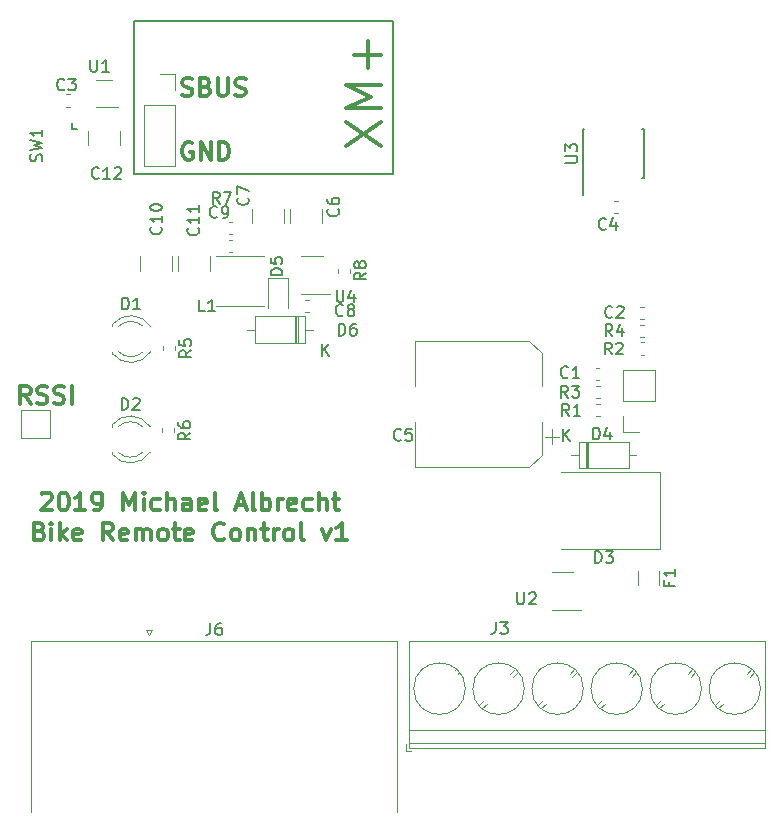
<source format=gbr>
G04 #@! TF.GenerationSoftware,KiCad,Pcbnew,5.0.2-bee76a0~70~ubuntu18.04.1*
G04 #@! TF.CreationDate,2019-08-08T23:41:47+02:00*
G04 #@! TF.ProjectId,adapterBoard,61646170-7465-4724-926f-6172642e6b69,rev?*
G04 #@! TF.SameCoordinates,Original*
G04 #@! TF.FileFunction,Legend,Top*
G04 #@! TF.FilePolarity,Positive*
%FSLAX46Y46*%
G04 Gerber Fmt 4.6, Leading zero omitted, Abs format (unit mm)*
G04 Created by KiCad (PCBNEW 5.0.2-bee76a0~70~ubuntu18.04.1) date Do 08 Aug 2019 23:41:47 CEST*
%MOMM*%
%LPD*%
G01*
G04 APERTURE LIST*
%ADD10C,0.300000*%
%ADD11C,0.150000*%
%ADD12C,0.120000*%
G04 APERTURE END LIST*
D10*
X133578571Y-80178571D02*
X133078571Y-79464285D01*
X132721428Y-80178571D02*
X132721428Y-78678571D01*
X133292857Y-78678571D01*
X133435714Y-78750000D01*
X133507142Y-78821428D01*
X133578571Y-78964285D01*
X133578571Y-79178571D01*
X133507142Y-79321428D01*
X133435714Y-79392857D01*
X133292857Y-79464285D01*
X132721428Y-79464285D01*
X134150000Y-80107142D02*
X134364285Y-80178571D01*
X134721428Y-80178571D01*
X134864285Y-80107142D01*
X134935714Y-80035714D01*
X135007142Y-79892857D01*
X135007142Y-79750000D01*
X134935714Y-79607142D01*
X134864285Y-79535714D01*
X134721428Y-79464285D01*
X134435714Y-79392857D01*
X134292857Y-79321428D01*
X134221428Y-79250000D01*
X134150000Y-79107142D01*
X134150000Y-78964285D01*
X134221428Y-78821428D01*
X134292857Y-78750000D01*
X134435714Y-78678571D01*
X134792857Y-78678571D01*
X135007142Y-78750000D01*
X135578571Y-80107142D02*
X135792857Y-80178571D01*
X136150000Y-80178571D01*
X136292857Y-80107142D01*
X136364285Y-80035714D01*
X136435714Y-79892857D01*
X136435714Y-79750000D01*
X136364285Y-79607142D01*
X136292857Y-79535714D01*
X136150000Y-79464285D01*
X135864285Y-79392857D01*
X135721428Y-79321428D01*
X135650000Y-79250000D01*
X135578571Y-79107142D01*
X135578571Y-78964285D01*
X135650000Y-78821428D01*
X135721428Y-78750000D01*
X135864285Y-78678571D01*
X136221428Y-78678571D01*
X136435714Y-78750000D01*
X137078571Y-80178571D02*
X137078571Y-78678571D01*
X134514285Y-87846428D02*
X134585714Y-87775000D01*
X134728571Y-87703571D01*
X135085714Y-87703571D01*
X135228571Y-87775000D01*
X135300000Y-87846428D01*
X135371428Y-87989285D01*
X135371428Y-88132142D01*
X135300000Y-88346428D01*
X134442857Y-89203571D01*
X135371428Y-89203571D01*
X136300000Y-87703571D02*
X136442857Y-87703571D01*
X136585714Y-87775000D01*
X136657142Y-87846428D01*
X136728571Y-87989285D01*
X136800000Y-88275000D01*
X136800000Y-88632142D01*
X136728571Y-88917857D01*
X136657142Y-89060714D01*
X136585714Y-89132142D01*
X136442857Y-89203571D01*
X136300000Y-89203571D01*
X136157142Y-89132142D01*
X136085714Y-89060714D01*
X136014285Y-88917857D01*
X135942857Y-88632142D01*
X135942857Y-88275000D01*
X136014285Y-87989285D01*
X136085714Y-87846428D01*
X136157142Y-87775000D01*
X136300000Y-87703571D01*
X138228571Y-89203571D02*
X137371428Y-89203571D01*
X137800000Y-89203571D02*
X137800000Y-87703571D01*
X137657142Y-87917857D01*
X137514285Y-88060714D01*
X137371428Y-88132142D01*
X138942857Y-89203571D02*
X139228571Y-89203571D01*
X139371428Y-89132142D01*
X139442857Y-89060714D01*
X139585714Y-88846428D01*
X139657142Y-88560714D01*
X139657142Y-87989285D01*
X139585714Y-87846428D01*
X139514285Y-87775000D01*
X139371428Y-87703571D01*
X139085714Y-87703571D01*
X138942857Y-87775000D01*
X138871428Y-87846428D01*
X138800000Y-87989285D01*
X138800000Y-88346428D01*
X138871428Y-88489285D01*
X138942857Y-88560714D01*
X139085714Y-88632142D01*
X139371428Y-88632142D01*
X139514285Y-88560714D01*
X139585714Y-88489285D01*
X139657142Y-88346428D01*
X141442857Y-89203571D02*
X141442857Y-87703571D01*
X141942857Y-88775000D01*
X142442857Y-87703571D01*
X142442857Y-89203571D01*
X143157142Y-89203571D02*
X143157142Y-88203571D01*
X143157142Y-87703571D02*
X143085714Y-87775000D01*
X143157142Y-87846428D01*
X143228571Y-87775000D01*
X143157142Y-87703571D01*
X143157142Y-87846428D01*
X144514285Y-89132142D02*
X144371428Y-89203571D01*
X144085714Y-89203571D01*
X143942857Y-89132142D01*
X143871428Y-89060714D01*
X143800000Y-88917857D01*
X143800000Y-88489285D01*
X143871428Y-88346428D01*
X143942857Y-88275000D01*
X144085714Y-88203571D01*
X144371428Y-88203571D01*
X144514285Y-88275000D01*
X145157142Y-89203571D02*
X145157142Y-87703571D01*
X145800000Y-89203571D02*
X145800000Y-88417857D01*
X145728571Y-88275000D01*
X145585714Y-88203571D01*
X145371428Y-88203571D01*
X145228571Y-88275000D01*
X145157142Y-88346428D01*
X147157142Y-89203571D02*
X147157142Y-88417857D01*
X147085714Y-88275000D01*
X146942857Y-88203571D01*
X146657142Y-88203571D01*
X146514285Y-88275000D01*
X147157142Y-89132142D02*
X147014285Y-89203571D01*
X146657142Y-89203571D01*
X146514285Y-89132142D01*
X146442857Y-88989285D01*
X146442857Y-88846428D01*
X146514285Y-88703571D01*
X146657142Y-88632142D01*
X147014285Y-88632142D01*
X147157142Y-88560714D01*
X148442857Y-89132142D02*
X148300000Y-89203571D01*
X148014285Y-89203571D01*
X147871428Y-89132142D01*
X147800000Y-88989285D01*
X147800000Y-88417857D01*
X147871428Y-88275000D01*
X148014285Y-88203571D01*
X148300000Y-88203571D01*
X148442857Y-88275000D01*
X148514285Y-88417857D01*
X148514285Y-88560714D01*
X147800000Y-88703571D01*
X149371428Y-89203571D02*
X149228571Y-89132142D01*
X149157142Y-88989285D01*
X149157142Y-87703571D01*
X151014285Y-88775000D02*
X151728571Y-88775000D01*
X150871428Y-89203571D02*
X151371428Y-87703571D01*
X151871428Y-89203571D01*
X152585714Y-89203571D02*
X152442857Y-89132142D01*
X152371428Y-88989285D01*
X152371428Y-87703571D01*
X153157142Y-89203571D02*
X153157142Y-87703571D01*
X153157142Y-88275000D02*
X153300000Y-88203571D01*
X153585714Y-88203571D01*
X153728571Y-88275000D01*
X153800000Y-88346428D01*
X153871428Y-88489285D01*
X153871428Y-88917857D01*
X153800000Y-89060714D01*
X153728571Y-89132142D01*
X153585714Y-89203571D01*
X153300000Y-89203571D01*
X153157142Y-89132142D01*
X154514285Y-89203571D02*
X154514285Y-88203571D01*
X154514285Y-88489285D02*
X154585714Y-88346428D01*
X154657142Y-88275000D01*
X154800000Y-88203571D01*
X154942857Y-88203571D01*
X156014285Y-89132142D02*
X155871428Y-89203571D01*
X155585714Y-89203571D01*
X155442857Y-89132142D01*
X155371428Y-88989285D01*
X155371428Y-88417857D01*
X155442857Y-88275000D01*
X155585714Y-88203571D01*
X155871428Y-88203571D01*
X156014285Y-88275000D01*
X156085714Y-88417857D01*
X156085714Y-88560714D01*
X155371428Y-88703571D01*
X157371428Y-89132142D02*
X157228571Y-89203571D01*
X156942857Y-89203571D01*
X156800000Y-89132142D01*
X156728571Y-89060714D01*
X156657142Y-88917857D01*
X156657142Y-88489285D01*
X156728571Y-88346428D01*
X156800000Y-88275000D01*
X156942857Y-88203571D01*
X157228571Y-88203571D01*
X157371428Y-88275000D01*
X158014285Y-89203571D02*
X158014285Y-87703571D01*
X158657142Y-89203571D02*
X158657142Y-88417857D01*
X158585714Y-88275000D01*
X158442857Y-88203571D01*
X158228571Y-88203571D01*
X158085714Y-88275000D01*
X158014285Y-88346428D01*
X159157142Y-88203571D02*
X159728571Y-88203571D01*
X159371428Y-87703571D02*
X159371428Y-88989285D01*
X159442857Y-89132142D01*
X159585714Y-89203571D01*
X159728571Y-89203571D01*
X134335714Y-90967857D02*
X134550000Y-91039285D01*
X134621428Y-91110714D01*
X134692857Y-91253571D01*
X134692857Y-91467857D01*
X134621428Y-91610714D01*
X134550000Y-91682142D01*
X134407142Y-91753571D01*
X133835714Y-91753571D01*
X133835714Y-90253571D01*
X134335714Y-90253571D01*
X134478571Y-90325000D01*
X134550000Y-90396428D01*
X134621428Y-90539285D01*
X134621428Y-90682142D01*
X134550000Y-90825000D01*
X134478571Y-90896428D01*
X134335714Y-90967857D01*
X133835714Y-90967857D01*
X135335714Y-91753571D02*
X135335714Y-90753571D01*
X135335714Y-90253571D02*
X135264285Y-90325000D01*
X135335714Y-90396428D01*
X135407142Y-90325000D01*
X135335714Y-90253571D01*
X135335714Y-90396428D01*
X136050000Y-91753571D02*
X136050000Y-90253571D01*
X136192857Y-91182142D02*
X136621428Y-91753571D01*
X136621428Y-90753571D02*
X136050000Y-91325000D01*
X137835714Y-91682142D02*
X137692857Y-91753571D01*
X137407142Y-91753571D01*
X137264285Y-91682142D01*
X137192857Y-91539285D01*
X137192857Y-90967857D01*
X137264285Y-90825000D01*
X137407142Y-90753571D01*
X137692857Y-90753571D01*
X137835714Y-90825000D01*
X137907142Y-90967857D01*
X137907142Y-91110714D01*
X137192857Y-91253571D01*
X140550000Y-91753571D02*
X140050000Y-91039285D01*
X139692857Y-91753571D02*
X139692857Y-90253571D01*
X140264285Y-90253571D01*
X140407142Y-90325000D01*
X140478571Y-90396428D01*
X140550000Y-90539285D01*
X140550000Y-90753571D01*
X140478571Y-90896428D01*
X140407142Y-90967857D01*
X140264285Y-91039285D01*
X139692857Y-91039285D01*
X141764285Y-91682142D02*
X141621428Y-91753571D01*
X141335714Y-91753571D01*
X141192857Y-91682142D01*
X141121428Y-91539285D01*
X141121428Y-90967857D01*
X141192857Y-90825000D01*
X141335714Y-90753571D01*
X141621428Y-90753571D01*
X141764285Y-90825000D01*
X141835714Y-90967857D01*
X141835714Y-91110714D01*
X141121428Y-91253571D01*
X142478571Y-91753571D02*
X142478571Y-90753571D01*
X142478571Y-90896428D02*
X142550000Y-90825000D01*
X142692857Y-90753571D01*
X142907142Y-90753571D01*
X143050000Y-90825000D01*
X143121428Y-90967857D01*
X143121428Y-91753571D01*
X143121428Y-90967857D02*
X143192857Y-90825000D01*
X143335714Y-90753571D01*
X143550000Y-90753571D01*
X143692857Y-90825000D01*
X143764285Y-90967857D01*
X143764285Y-91753571D01*
X144692857Y-91753571D02*
X144550000Y-91682142D01*
X144478571Y-91610714D01*
X144407142Y-91467857D01*
X144407142Y-91039285D01*
X144478571Y-90896428D01*
X144550000Y-90825000D01*
X144692857Y-90753571D01*
X144907142Y-90753571D01*
X145050000Y-90825000D01*
X145121428Y-90896428D01*
X145192857Y-91039285D01*
X145192857Y-91467857D01*
X145121428Y-91610714D01*
X145050000Y-91682142D01*
X144907142Y-91753571D01*
X144692857Y-91753571D01*
X145621428Y-90753571D02*
X146192857Y-90753571D01*
X145835714Y-90253571D02*
X145835714Y-91539285D01*
X145907142Y-91682142D01*
X146050000Y-91753571D01*
X146192857Y-91753571D01*
X147264285Y-91682142D02*
X147121428Y-91753571D01*
X146835714Y-91753571D01*
X146692857Y-91682142D01*
X146621428Y-91539285D01*
X146621428Y-90967857D01*
X146692857Y-90825000D01*
X146835714Y-90753571D01*
X147121428Y-90753571D01*
X147264285Y-90825000D01*
X147335714Y-90967857D01*
X147335714Y-91110714D01*
X146621428Y-91253571D01*
X149978571Y-91610714D02*
X149907142Y-91682142D01*
X149692857Y-91753571D01*
X149550000Y-91753571D01*
X149335714Y-91682142D01*
X149192857Y-91539285D01*
X149121428Y-91396428D01*
X149050000Y-91110714D01*
X149050000Y-90896428D01*
X149121428Y-90610714D01*
X149192857Y-90467857D01*
X149335714Y-90325000D01*
X149550000Y-90253571D01*
X149692857Y-90253571D01*
X149907142Y-90325000D01*
X149978571Y-90396428D01*
X150835714Y-91753571D02*
X150692857Y-91682142D01*
X150621428Y-91610714D01*
X150550000Y-91467857D01*
X150550000Y-91039285D01*
X150621428Y-90896428D01*
X150692857Y-90825000D01*
X150835714Y-90753571D01*
X151050000Y-90753571D01*
X151192857Y-90825000D01*
X151264285Y-90896428D01*
X151335714Y-91039285D01*
X151335714Y-91467857D01*
X151264285Y-91610714D01*
X151192857Y-91682142D01*
X151050000Y-91753571D01*
X150835714Y-91753571D01*
X151978571Y-90753571D02*
X151978571Y-91753571D01*
X151978571Y-90896428D02*
X152050000Y-90825000D01*
X152192857Y-90753571D01*
X152407142Y-90753571D01*
X152550000Y-90825000D01*
X152621428Y-90967857D01*
X152621428Y-91753571D01*
X153121428Y-90753571D02*
X153692857Y-90753571D01*
X153335714Y-90253571D02*
X153335714Y-91539285D01*
X153407142Y-91682142D01*
X153550000Y-91753571D01*
X153692857Y-91753571D01*
X154192857Y-91753571D02*
X154192857Y-90753571D01*
X154192857Y-91039285D02*
X154264285Y-90896428D01*
X154335714Y-90825000D01*
X154478571Y-90753571D01*
X154621428Y-90753571D01*
X155335714Y-91753571D02*
X155192857Y-91682142D01*
X155121428Y-91610714D01*
X155050000Y-91467857D01*
X155050000Y-91039285D01*
X155121428Y-90896428D01*
X155192857Y-90825000D01*
X155335714Y-90753571D01*
X155550000Y-90753571D01*
X155692857Y-90825000D01*
X155764285Y-90896428D01*
X155835714Y-91039285D01*
X155835714Y-91467857D01*
X155764285Y-91610714D01*
X155692857Y-91682142D01*
X155550000Y-91753571D01*
X155335714Y-91753571D01*
X156692857Y-91753571D02*
X156550000Y-91682142D01*
X156478571Y-91539285D01*
X156478571Y-90253571D01*
X158264285Y-90753571D02*
X158621428Y-91753571D01*
X158978571Y-90753571D01*
X160335714Y-91753571D02*
X159478571Y-91753571D01*
X159907142Y-91753571D02*
X159907142Y-90253571D01*
X159764285Y-90467857D01*
X159621428Y-90610714D01*
X159478571Y-90682142D01*
X160257142Y-58321428D02*
X163257142Y-56321428D01*
X160257142Y-56321428D02*
X163257142Y-58321428D01*
X163257142Y-55178571D02*
X160257142Y-55178571D01*
X162400000Y-54178571D01*
X160257142Y-53178571D01*
X163257142Y-53178571D01*
X162114285Y-51750000D02*
X162114285Y-49464285D01*
X163257142Y-50607142D02*
X160971428Y-50607142D01*
D11*
X164300000Y-60750000D02*
X142300000Y-60750000D01*
X164300000Y-47750000D02*
X164300000Y-60750000D01*
X142300000Y-47750000D02*
X164300000Y-47750000D01*
X142300000Y-47750000D02*
X142300000Y-60750000D01*
D10*
X146421428Y-54057142D02*
X146635714Y-54128571D01*
X146992857Y-54128571D01*
X147135714Y-54057142D01*
X147207142Y-53985714D01*
X147278571Y-53842857D01*
X147278571Y-53700000D01*
X147207142Y-53557142D01*
X147135714Y-53485714D01*
X146992857Y-53414285D01*
X146707142Y-53342857D01*
X146564285Y-53271428D01*
X146492857Y-53200000D01*
X146421428Y-53057142D01*
X146421428Y-52914285D01*
X146492857Y-52771428D01*
X146564285Y-52700000D01*
X146707142Y-52628571D01*
X147064285Y-52628571D01*
X147278571Y-52700000D01*
X148421428Y-53342857D02*
X148635714Y-53414285D01*
X148707142Y-53485714D01*
X148778571Y-53628571D01*
X148778571Y-53842857D01*
X148707142Y-53985714D01*
X148635714Y-54057142D01*
X148492857Y-54128571D01*
X147921428Y-54128571D01*
X147921428Y-52628571D01*
X148421428Y-52628571D01*
X148564285Y-52700000D01*
X148635714Y-52771428D01*
X148707142Y-52914285D01*
X148707142Y-53057142D01*
X148635714Y-53200000D01*
X148564285Y-53271428D01*
X148421428Y-53342857D01*
X147921428Y-53342857D01*
X149421428Y-52628571D02*
X149421428Y-53842857D01*
X149492857Y-53985714D01*
X149564285Y-54057142D01*
X149707142Y-54128571D01*
X149992857Y-54128571D01*
X150135714Y-54057142D01*
X150207142Y-53985714D01*
X150278571Y-53842857D01*
X150278571Y-52628571D01*
X150921428Y-54057142D02*
X151135714Y-54128571D01*
X151492857Y-54128571D01*
X151635714Y-54057142D01*
X151707142Y-53985714D01*
X151778571Y-53842857D01*
X151778571Y-53700000D01*
X151707142Y-53557142D01*
X151635714Y-53485714D01*
X151492857Y-53414285D01*
X151207142Y-53342857D01*
X151064285Y-53271428D01*
X150992857Y-53200000D01*
X150921428Y-53057142D01*
X150921428Y-52914285D01*
X150992857Y-52771428D01*
X151064285Y-52700000D01*
X151207142Y-52628571D01*
X151564285Y-52628571D01*
X151778571Y-52700000D01*
X147257142Y-58100000D02*
X147114285Y-58028571D01*
X146900000Y-58028571D01*
X146685714Y-58100000D01*
X146542857Y-58242857D01*
X146471428Y-58385714D01*
X146400000Y-58671428D01*
X146400000Y-58885714D01*
X146471428Y-59171428D01*
X146542857Y-59314285D01*
X146685714Y-59457142D01*
X146900000Y-59528571D01*
X147042857Y-59528571D01*
X147257142Y-59457142D01*
X147328571Y-59385714D01*
X147328571Y-58885714D01*
X147042857Y-58885714D01*
X147971428Y-59528571D02*
X147971428Y-58028571D01*
X148828571Y-59528571D01*
X148828571Y-58028571D01*
X149542857Y-59528571D02*
X149542857Y-58028571D01*
X149900000Y-58028571D01*
X150114285Y-58100000D01*
X150257142Y-58242857D01*
X150328571Y-58385714D01*
X150400000Y-58671428D01*
X150400000Y-58885714D01*
X150328571Y-59171428D01*
X150257142Y-59314285D01*
X150114285Y-59457142D01*
X149900000Y-59528571D01*
X149542857Y-59528571D01*
D12*
G04 #@! TO.C,D5*
X155350000Y-69500000D02*
X153650000Y-69500000D01*
X153650000Y-69500000D02*
X153650000Y-72050000D01*
X155350000Y-69500000D02*
X155350000Y-72050000D01*
G04 #@! TO.C,C5*
X166140000Y-74840000D02*
X166140000Y-78690000D01*
X166140000Y-85560000D02*
X166140000Y-81710000D01*
X175795563Y-85560000D02*
X166140000Y-85560000D01*
X175795563Y-74840000D02*
X166140000Y-74840000D01*
X176860000Y-75904437D02*
X176860000Y-78690000D01*
X176860000Y-84495563D02*
X176860000Y-81710000D01*
X176860000Y-84495563D02*
X175795563Y-85560000D01*
X176860000Y-75904437D02*
X175795563Y-74840000D01*
X178350000Y-82960000D02*
X177100000Y-82960000D01*
X177725000Y-83585000D02*
X177725000Y-82335000D01*
G04 #@! TO.C,C2*
X185500279Y-71990000D02*
X185174721Y-71990000D01*
X185500279Y-73010000D02*
X185174721Y-73010000D01*
G04 #@! TO.C,C3*
X136875279Y-55010000D02*
X136549721Y-55010000D01*
X136875279Y-53990000D02*
X136549721Y-53990000D01*
G04 #@! TO.C,C4*
X183275279Y-62990000D02*
X182949721Y-62990000D01*
X183275279Y-64010000D02*
X182949721Y-64010000D01*
G04 #@! TO.C,C1*
X181736203Y-78195249D02*
X181410645Y-78195249D01*
X181736203Y-77175249D02*
X181410645Y-77175249D01*
G04 #@! TO.C,C8*
X157150279Y-71390000D02*
X156824721Y-71390000D01*
X157150279Y-72410000D02*
X156824721Y-72410000D01*
G04 #@! TO.C,C9*
X150337221Y-66290000D02*
X150662779Y-66290000D01*
X150337221Y-67310000D02*
X150662779Y-67310000D01*
G04 #@! TO.C,C11*
X146040000Y-68902064D02*
X146040000Y-67697936D01*
X148760000Y-68902064D02*
X148760000Y-67697936D01*
G04 #@! TO.C,C7*
X155060000Y-64902064D02*
X155060000Y-63697936D01*
X152340000Y-64902064D02*
X152340000Y-63697936D01*
G04 #@! TO.C,C10*
X142840000Y-68902064D02*
X142840000Y-67697936D01*
X145560000Y-68902064D02*
X145560000Y-67697936D01*
G04 #@! TO.C,C12*
X138440000Y-57097936D02*
X138440000Y-58302064D01*
X141160000Y-57097936D02*
X141160000Y-58302064D01*
G04 #@! TO.C,C6*
X155540000Y-64902064D02*
X155540000Y-63697936D01*
X158260000Y-64902064D02*
X158260000Y-63697936D01*
G04 #@! TO.C,J6*
X133655000Y-114780000D02*
X133655000Y-100240000D01*
X133655000Y-100240000D02*
X164625000Y-100240000D01*
X164625000Y-100240000D02*
X164625000Y-114780000D01*
X143350000Y-99345662D02*
X143850000Y-99345662D01*
X143850000Y-99345662D02*
X143600000Y-99778675D01*
X143600000Y-99778675D02*
X143350000Y-99345662D01*
G04 #@! TO.C,J7*
X186430000Y-79930000D02*
X183770000Y-79930000D01*
X186430000Y-79930000D02*
X186430000Y-77330000D01*
X186430000Y-77330000D02*
X183770000Y-77330000D01*
X183770000Y-79930000D02*
X183770000Y-77330000D01*
X183770000Y-82530000D02*
X183770000Y-81200000D01*
X185100000Y-82530000D02*
X183770000Y-82530000D01*
G04 #@! TO.C,J5*
X143170000Y-54890000D02*
X145830000Y-54890000D01*
X143170000Y-54890000D02*
X143170000Y-60030000D01*
X143170000Y-60030000D02*
X145830000Y-60030000D01*
X145830000Y-54890000D02*
X145830000Y-60030000D01*
X145830000Y-52290000D02*
X145830000Y-53620000D01*
X144500000Y-52290000D02*
X145830000Y-52290000D01*
G04 #@! TO.C,D3*
X186900000Y-85950000D02*
X186900000Y-92450000D01*
X186900000Y-85950000D02*
X178500000Y-85950000D01*
X186900000Y-92450000D02*
X178500000Y-92450000D01*
G04 #@! TO.C,D6*
X156210000Y-75020000D02*
X156210000Y-72780000D01*
X155970000Y-75020000D02*
X155970000Y-72780000D01*
X156090000Y-75020000D02*
X156090000Y-72780000D01*
X151920000Y-73900000D02*
X152570000Y-73900000D01*
X157460000Y-73900000D02*
X156810000Y-73900000D01*
X152570000Y-75020000D02*
X156810000Y-75020000D01*
X152570000Y-72780000D02*
X152570000Y-75020000D01*
X156810000Y-72780000D02*
X152570000Y-72780000D01*
X156810000Y-75020000D02*
X156810000Y-72780000D01*
G04 #@! TO.C,D4*
X179970000Y-83380000D02*
X179970000Y-85620000D01*
X179970000Y-85620000D02*
X184210000Y-85620000D01*
X184210000Y-85620000D02*
X184210000Y-83380000D01*
X184210000Y-83380000D02*
X179970000Y-83380000D01*
X179320000Y-84500000D02*
X179970000Y-84500000D01*
X184860000Y-84500000D02*
X184210000Y-84500000D01*
X180690000Y-83380000D02*
X180690000Y-85620000D01*
X180810000Y-83380000D02*
X180810000Y-85620000D01*
X180570000Y-83380000D02*
X180570000Y-85620000D01*
G04 #@! TO.C,F1*
X186810000Y-94297936D02*
X186810000Y-95502064D01*
X184990000Y-94297936D02*
X184990000Y-95502064D01*
G04 #@! TO.C,L1*
X153300000Y-71900000D02*
X149300000Y-71900000D01*
X153300000Y-67700000D02*
X149300000Y-67700000D01*
G04 #@! TO.C,D2*
X140470000Y-84280000D02*
X140470000Y-84436000D01*
X140470000Y-81964000D02*
X140470000Y-82120000D01*
X143071130Y-84279837D02*
G75*
G02X140989039Y-84280000I-1041130J1079837D01*
G01*
X143071130Y-82120163D02*
G75*
G03X140989039Y-82120000I-1041130J-1079837D01*
G01*
X143702335Y-84278608D02*
G75*
G02X140470000Y-84435516I-1672335J1078608D01*
G01*
X143702335Y-82121392D02*
G75*
G03X140470000Y-81964484I-1672335J-1078608D01*
G01*
G04 #@! TO.C,D1*
X143742335Y-73621392D02*
G75*
G03X140510000Y-73464484I-1672335J-1078608D01*
G01*
X143742335Y-75778608D02*
G75*
G02X140510000Y-75935516I-1672335J1078608D01*
G01*
X143111130Y-73620163D02*
G75*
G03X141029039Y-73620000I-1041130J-1079837D01*
G01*
X143111130Y-75779837D02*
G75*
G02X141029039Y-75780000I-1041130J1079837D01*
G01*
X140510000Y-73464000D02*
X140510000Y-73620000D01*
X140510000Y-75780000D02*
X140510000Y-75936000D01*
D11*
G04 #@! TO.C,U3*
X180325000Y-61075000D02*
X180375000Y-61075000D01*
X180325000Y-56925000D02*
X180470000Y-56925000D01*
X185475000Y-56925000D02*
X185330000Y-56925000D01*
X185475000Y-61075000D02*
X185330000Y-61075000D01*
X180325000Y-61075000D02*
X180325000Y-56925000D01*
X185475000Y-61075000D02*
X185475000Y-56925000D01*
X180375000Y-61075000D02*
X180375000Y-62475000D01*
D12*
G04 #@! TO.C,U2*
X177700000Y-97610000D02*
X180150000Y-97610000D01*
X179500000Y-94390000D02*
X177700000Y-94390000D01*
G04 #@! TO.C,U4*
X158300000Y-67690000D02*
X156500000Y-67690000D01*
X156500000Y-70910000D02*
X158950000Y-70910000D01*
G04 #@! TO.C,U1*
X139100000Y-55060000D02*
X141000000Y-55060000D01*
X140500000Y-52740000D02*
X139100000Y-52740000D01*
G04 #@! TO.C,R2*
X185550279Y-74990000D02*
X185224721Y-74990000D01*
X185550279Y-76010000D02*
X185224721Y-76010000D01*
G04 #@! TO.C,R3*
X181748703Y-79695249D02*
X181423145Y-79695249D01*
X181748703Y-78675249D02*
X181423145Y-78675249D01*
G04 #@! TO.C,R4*
X185525279Y-73490000D02*
X185199721Y-73490000D01*
X185525279Y-74510000D02*
X185199721Y-74510000D01*
G04 #@! TO.C,R5*
X145810000Y-75324721D02*
X145810000Y-75650279D01*
X144790000Y-75324721D02*
X144790000Y-75650279D01*
G04 #@! TO.C,R6*
X145760000Y-82562779D02*
X145760000Y-82237221D01*
X144740000Y-82562779D02*
X144740000Y-82237221D01*
G04 #@! TO.C,R7*
X150337221Y-64790000D02*
X150662779Y-64790000D01*
X150337221Y-65810000D02*
X150662779Y-65810000D01*
G04 #@! TO.C,R8*
X159590000Y-68749721D02*
X159590000Y-69075279D01*
X160610000Y-68749721D02*
X160610000Y-69075279D01*
G04 #@! TO.C,R1*
X181748703Y-81195249D02*
X181423145Y-81195249D01*
X181748703Y-80175249D02*
X181423145Y-80175249D01*
G04 #@! TO.C,J3*
X170380000Y-104300000D02*
G75*
G03X170380000Y-104300000I-2180000J0D01*
G01*
X175380000Y-104300000D02*
G75*
G03X175380000Y-104300000I-2180000J0D01*
G01*
X180380000Y-104300000D02*
G75*
G03X180380000Y-104300000I-2180000J0D01*
G01*
X185380000Y-104300000D02*
G75*
G03X185380000Y-104300000I-2180000J0D01*
G01*
X190380000Y-104300000D02*
G75*
G03X190380000Y-104300000I-2180000J0D01*
G01*
X195380000Y-104300000D02*
G75*
G03X195380000Y-104300000I-2180000J0D01*
G01*
X165640000Y-108900000D02*
X195760000Y-108900000D01*
X165640000Y-107800000D02*
X195760000Y-107800000D01*
X165640000Y-100240000D02*
X195760000Y-100240000D01*
X165640000Y-109360000D02*
X195760000Y-109360000D01*
X165640000Y-100240000D02*
X165640000Y-109360000D01*
X195760000Y-100240000D02*
X195760000Y-109360000D01*
X169854000Y-102912000D02*
X169747000Y-103019000D01*
X166918000Y-105847000D02*
X166812000Y-105954000D01*
X169588000Y-102646000D02*
X169481000Y-102753000D01*
X166652000Y-105581000D02*
X166546000Y-105688000D01*
X174854000Y-102912000D02*
X174459000Y-103308000D01*
X172193000Y-105574000D02*
X171813000Y-105954000D01*
X174588000Y-102646000D02*
X174208000Y-103026000D01*
X171942000Y-105292000D02*
X171547000Y-105688000D01*
X179854000Y-102912000D02*
X179459000Y-103308000D01*
X177193000Y-105574000D02*
X176813000Y-105954000D01*
X179588000Y-102646000D02*
X179208000Y-103026000D01*
X176942000Y-105292000D02*
X176547000Y-105688000D01*
X184854000Y-102912000D02*
X184459000Y-103308000D01*
X182193000Y-105574000D02*
X181813000Y-105954000D01*
X184588000Y-102646000D02*
X184208000Y-103026000D01*
X181942000Y-105292000D02*
X181547000Y-105688000D01*
X189854000Y-102912000D02*
X189459000Y-103308000D01*
X187193000Y-105574000D02*
X186813000Y-105954000D01*
X189588000Y-102646000D02*
X189208000Y-103026000D01*
X186942000Y-105292000D02*
X186547000Y-105688000D01*
X194854000Y-102912000D02*
X194459000Y-103308000D01*
X192193000Y-105574000D02*
X191813000Y-105954000D01*
X194588000Y-102646000D02*
X194208000Y-103026000D01*
X191942000Y-105292000D02*
X191547000Y-105688000D01*
X165400000Y-108960000D02*
X165400000Y-109600000D01*
X165400000Y-109600000D02*
X165800000Y-109600000D01*
G04 #@! TO.C,J4*
X132800000Y-80700000D02*
X135200000Y-80700000D01*
X135200000Y-80700000D02*
X135200000Y-83100000D01*
X135200000Y-83100000D02*
X132800000Y-83100000D01*
X132800000Y-83100000D02*
X132800000Y-80700000D01*
D11*
G04 #@! TO.C,SW1*
X137100000Y-56400000D02*
X137100000Y-56900000D01*
X137100000Y-56900000D02*
X137500000Y-56900000D01*
G04 #@! TO.C,D5*
X154902380Y-69288095D02*
X153902380Y-69288095D01*
X153902380Y-69050000D01*
X153950000Y-68907142D01*
X154045238Y-68811904D01*
X154140476Y-68764285D01*
X154330952Y-68716666D01*
X154473809Y-68716666D01*
X154664285Y-68764285D01*
X154759523Y-68811904D01*
X154854761Y-68907142D01*
X154902380Y-69050000D01*
X154902380Y-69288095D01*
X153902380Y-67811904D02*
X153902380Y-68288095D01*
X154378571Y-68335714D01*
X154330952Y-68288095D01*
X154283333Y-68192857D01*
X154283333Y-67954761D01*
X154330952Y-67859523D01*
X154378571Y-67811904D01*
X154473809Y-67764285D01*
X154711904Y-67764285D01*
X154807142Y-67811904D01*
X154854761Y-67859523D01*
X154902380Y-67954761D01*
X154902380Y-68192857D01*
X154854761Y-68288095D01*
X154807142Y-68335714D01*
G04 #@! TO.C,C5*
X164933333Y-83207142D02*
X164885714Y-83254761D01*
X164742857Y-83302380D01*
X164647619Y-83302380D01*
X164504761Y-83254761D01*
X164409523Y-83159523D01*
X164361904Y-83064285D01*
X164314285Y-82873809D01*
X164314285Y-82730952D01*
X164361904Y-82540476D01*
X164409523Y-82445238D01*
X164504761Y-82350000D01*
X164647619Y-82302380D01*
X164742857Y-82302380D01*
X164885714Y-82350000D01*
X164933333Y-82397619D01*
X165838095Y-82302380D02*
X165361904Y-82302380D01*
X165314285Y-82778571D01*
X165361904Y-82730952D01*
X165457142Y-82683333D01*
X165695238Y-82683333D01*
X165790476Y-82730952D01*
X165838095Y-82778571D01*
X165885714Y-82873809D01*
X165885714Y-83111904D01*
X165838095Y-83207142D01*
X165790476Y-83254761D01*
X165695238Y-83302380D01*
X165457142Y-83302380D01*
X165361904Y-83254761D01*
X165314285Y-83207142D01*
G04 #@! TO.C,C2*
X182833333Y-72807142D02*
X182785714Y-72854761D01*
X182642857Y-72902380D01*
X182547619Y-72902380D01*
X182404761Y-72854761D01*
X182309523Y-72759523D01*
X182261904Y-72664285D01*
X182214285Y-72473809D01*
X182214285Y-72330952D01*
X182261904Y-72140476D01*
X182309523Y-72045238D01*
X182404761Y-71950000D01*
X182547619Y-71902380D01*
X182642857Y-71902380D01*
X182785714Y-71950000D01*
X182833333Y-71997619D01*
X183214285Y-71997619D02*
X183261904Y-71950000D01*
X183357142Y-71902380D01*
X183595238Y-71902380D01*
X183690476Y-71950000D01*
X183738095Y-71997619D01*
X183785714Y-72092857D01*
X183785714Y-72188095D01*
X183738095Y-72330952D01*
X183166666Y-72902380D01*
X183785714Y-72902380D01*
G04 #@! TO.C,C3*
X136445833Y-53557142D02*
X136398214Y-53604761D01*
X136255357Y-53652380D01*
X136160119Y-53652380D01*
X136017261Y-53604761D01*
X135922023Y-53509523D01*
X135874404Y-53414285D01*
X135826785Y-53223809D01*
X135826785Y-53080952D01*
X135874404Y-52890476D01*
X135922023Y-52795238D01*
X136017261Y-52700000D01*
X136160119Y-52652380D01*
X136255357Y-52652380D01*
X136398214Y-52700000D01*
X136445833Y-52747619D01*
X136779166Y-52652380D02*
X137398214Y-52652380D01*
X137064880Y-53033333D01*
X137207738Y-53033333D01*
X137302976Y-53080952D01*
X137350595Y-53128571D01*
X137398214Y-53223809D01*
X137398214Y-53461904D01*
X137350595Y-53557142D01*
X137302976Y-53604761D01*
X137207738Y-53652380D01*
X136922023Y-53652380D01*
X136826785Y-53604761D01*
X136779166Y-53557142D01*
G04 #@! TO.C,C4*
X182283333Y-65357142D02*
X182235714Y-65404761D01*
X182092857Y-65452380D01*
X181997619Y-65452380D01*
X181854761Y-65404761D01*
X181759523Y-65309523D01*
X181711904Y-65214285D01*
X181664285Y-65023809D01*
X181664285Y-64880952D01*
X181711904Y-64690476D01*
X181759523Y-64595238D01*
X181854761Y-64500000D01*
X181997619Y-64452380D01*
X182092857Y-64452380D01*
X182235714Y-64500000D01*
X182283333Y-64547619D01*
X183140476Y-64785714D02*
X183140476Y-65452380D01*
X182902380Y-64404761D02*
X182664285Y-65119047D01*
X183283333Y-65119047D01*
G04 #@! TO.C,C1*
X179083333Y-77907142D02*
X179035714Y-77954761D01*
X178892857Y-78002380D01*
X178797619Y-78002380D01*
X178654761Y-77954761D01*
X178559523Y-77859523D01*
X178511904Y-77764285D01*
X178464285Y-77573809D01*
X178464285Y-77430952D01*
X178511904Y-77240476D01*
X178559523Y-77145238D01*
X178654761Y-77050000D01*
X178797619Y-77002380D01*
X178892857Y-77002380D01*
X179035714Y-77050000D01*
X179083333Y-77097619D01*
X180035714Y-78002380D02*
X179464285Y-78002380D01*
X179750000Y-78002380D02*
X179750000Y-77002380D01*
X179654761Y-77145238D01*
X179559523Y-77240476D01*
X179464285Y-77288095D01*
G04 #@! TO.C,C8*
X160033333Y-72657142D02*
X159985714Y-72704761D01*
X159842857Y-72752380D01*
X159747619Y-72752380D01*
X159604761Y-72704761D01*
X159509523Y-72609523D01*
X159461904Y-72514285D01*
X159414285Y-72323809D01*
X159414285Y-72180952D01*
X159461904Y-71990476D01*
X159509523Y-71895238D01*
X159604761Y-71800000D01*
X159747619Y-71752380D01*
X159842857Y-71752380D01*
X159985714Y-71800000D01*
X160033333Y-71847619D01*
X160604761Y-72180952D02*
X160509523Y-72133333D01*
X160461904Y-72085714D01*
X160414285Y-71990476D01*
X160414285Y-71942857D01*
X160461904Y-71847619D01*
X160509523Y-71800000D01*
X160604761Y-71752380D01*
X160795238Y-71752380D01*
X160890476Y-71800000D01*
X160938095Y-71847619D01*
X160985714Y-71942857D01*
X160985714Y-71990476D01*
X160938095Y-72085714D01*
X160890476Y-72133333D01*
X160795238Y-72180952D01*
X160604761Y-72180952D01*
X160509523Y-72228571D01*
X160461904Y-72276190D01*
X160414285Y-72371428D01*
X160414285Y-72561904D01*
X160461904Y-72657142D01*
X160509523Y-72704761D01*
X160604761Y-72752380D01*
X160795238Y-72752380D01*
X160890476Y-72704761D01*
X160938095Y-72657142D01*
X160985714Y-72561904D01*
X160985714Y-72371428D01*
X160938095Y-72276190D01*
X160890476Y-72228571D01*
X160795238Y-72180952D01*
G04 #@! TO.C,C9*
X149383333Y-64357142D02*
X149335714Y-64404761D01*
X149192857Y-64452380D01*
X149097619Y-64452380D01*
X148954761Y-64404761D01*
X148859523Y-64309523D01*
X148811904Y-64214285D01*
X148764285Y-64023809D01*
X148764285Y-63880952D01*
X148811904Y-63690476D01*
X148859523Y-63595238D01*
X148954761Y-63500000D01*
X149097619Y-63452380D01*
X149192857Y-63452380D01*
X149335714Y-63500000D01*
X149383333Y-63547619D01*
X149859523Y-64452380D02*
X150050000Y-64452380D01*
X150145238Y-64404761D01*
X150192857Y-64357142D01*
X150288095Y-64214285D01*
X150335714Y-64023809D01*
X150335714Y-63642857D01*
X150288095Y-63547619D01*
X150240476Y-63500000D01*
X150145238Y-63452380D01*
X149954761Y-63452380D01*
X149859523Y-63500000D01*
X149811904Y-63547619D01*
X149764285Y-63642857D01*
X149764285Y-63880952D01*
X149811904Y-63976190D01*
X149859523Y-64023809D01*
X149954761Y-64071428D01*
X150145238Y-64071428D01*
X150240476Y-64023809D01*
X150288095Y-63976190D01*
X150335714Y-63880952D01*
G04 #@! TO.C,C11*
X147757142Y-65292857D02*
X147804761Y-65340476D01*
X147852380Y-65483333D01*
X147852380Y-65578571D01*
X147804761Y-65721428D01*
X147709523Y-65816666D01*
X147614285Y-65864285D01*
X147423809Y-65911904D01*
X147280952Y-65911904D01*
X147090476Y-65864285D01*
X146995238Y-65816666D01*
X146900000Y-65721428D01*
X146852380Y-65578571D01*
X146852380Y-65483333D01*
X146900000Y-65340476D01*
X146947619Y-65292857D01*
X147852380Y-64340476D02*
X147852380Y-64911904D01*
X147852380Y-64626190D02*
X146852380Y-64626190D01*
X146995238Y-64721428D01*
X147090476Y-64816666D01*
X147138095Y-64911904D01*
X147852380Y-63388095D02*
X147852380Y-63959523D01*
X147852380Y-63673809D02*
X146852380Y-63673809D01*
X146995238Y-63769047D01*
X147090476Y-63864285D01*
X147138095Y-63959523D01*
G04 #@! TO.C,C7*
X151957142Y-62716666D02*
X152004761Y-62764285D01*
X152052380Y-62907142D01*
X152052380Y-63002380D01*
X152004761Y-63145238D01*
X151909523Y-63240476D01*
X151814285Y-63288095D01*
X151623809Y-63335714D01*
X151480952Y-63335714D01*
X151290476Y-63288095D01*
X151195238Y-63240476D01*
X151100000Y-63145238D01*
X151052380Y-63002380D01*
X151052380Y-62907142D01*
X151100000Y-62764285D01*
X151147619Y-62716666D01*
X151052380Y-62383333D02*
X151052380Y-61716666D01*
X152052380Y-62145238D01*
G04 #@! TO.C,C10*
X144607142Y-65192857D02*
X144654761Y-65240476D01*
X144702380Y-65383333D01*
X144702380Y-65478571D01*
X144654761Y-65621428D01*
X144559523Y-65716666D01*
X144464285Y-65764285D01*
X144273809Y-65811904D01*
X144130952Y-65811904D01*
X143940476Y-65764285D01*
X143845238Y-65716666D01*
X143750000Y-65621428D01*
X143702380Y-65478571D01*
X143702380Y-65383333D01*
X143750000Y-65240476D01*
X143797619Y-65192857D01*
X144702380Y-64240476D02*
X144702380Y-64811904D01*
X144702380Y-64526190D02*
X143702380Y-64526190D01*
X143845238Y-64621428D01*
X143940476Y-64716666D01*
X143988095Y-64811904D01*
X143702380Y-63621428D02*
X143702380Y-63526190D01*
X143750000Y-63430952D01*
X143797619Y-63383333D01*
X143892857Y-63335714D01*
X144083333Y-63288095D01*
X144321428Y-63288095D01*
X144511904Y-63335714D01*
X144607142Y-63383333D01*
X144654761Y-63430952D01*
X144702380Y-63526190D01*
X144702380Y-63621428D01*
X144654761Y-63716666D01*
X144607142Y-63764285D01*
X144511904Y-63811904D01*
X144321428Y-63859523D01*
X144083333Y-63859523D01*
X143892857Y-63811904D01*
X143797619Y-63764285D01*
X143750000Y-63716666D01*
X143702380Y-63621428D01*
G04 #@! TO.C,C12*
X139357142Y-61057142D02*
X139309523Y-61104761D01*
X139166666Y-61152380D01*
X139071428Y-61152380D01*
X138928571Y-61104761D01*
X138833333Y-61009523D01*
X138785714Y-60914285D01*
X138738095Y-60723809D01*
X138738095Y-60580952D01*
X138785714Y-60390476D01*
X138833333Y-60295238D01*
X138928571Y-60200000D01*
X139071428Y-60152380D01*
X139166666Y-60152380D01*
X139309523Y-60200000D01*
X139357142Y-60247619D01*
X140309523Y-61152380D02*
X139738095Y-61152380D01*
X140023809Y-61152380D02*
X140023809Y-60152380D01*
X139928571Y-60295238D01*
X139833333Y-60390476D01*
X139738095Y-60438095D01*
X140690476Y-60247619D02*
X140738095Y-60200000D01*
X140833333Y-60152380D01*
X141071428Y-60152380D01*
X141166666Y-60200000D01*
X141214285Y-60247619D01*
X141261904Y-60342857D01*
X141261904Y-60438095D01*
X141214285Y-60580952D01*
X140642857Y-61152380D01*
X141261904Y-61152380D01*
G04 #@! TO.C,C6*
X159607142Y-63666666D02*
X159654761Y-63714285D01*
X159702380Y-63857142D01*
X159702380Y-63952380D01*
X159654761Y-64095238D01*
X159559523Y-64190476D01*
X159464285Y-64238095D01*
X159273809Y-64285714D01*
X159130952Y-64285714D01*
X158940476Y-64238095D01*
X158845238Y-64190476D01*
X158750000Y-64095238D01*
X158702380Y-63952380D01*
X158702380Y-63857142D01*
X158750000Y-63714285D01*
X158797619Y-63666666D01*
X158702380Y-62809523D02*
X158702380Y-63000000D01*
X158750000Y-63095238D01*
X158797619Y-63142857D01*
X158940476Y-63238095D01*
X159130952Y-63285714D01*
X159511904Y-63285714D01*
X159607142Y-63238095D01*
X159654761Y-63190476D01*
X159702380Y-63095238D01*
X159702380Y-62904761D01*
X159654761Y-62809523D01*
X159607142Y-62761904D01*
X159511904Y-62714285D01*
X159273809Y-62714285D01*
X159178571Y-62761904D01*
X159130952Y-62809523D01*
X159083333Y-62904761D01*
X159083333Y-63095238D01*
X159130952Y-63190476D01*
X159178571Y-63238095D01*
X159273809Y-63285714D01*
G04 #@! TO.C,J6*
X148806666Y-98752380D02*
X148806666Y-99466666D01*
X148759047Y-99609523D01*
X148663809Y-99704761D01*
X148520952Y-99752380D01*
X148425714Y-99752380D01*
X149711428Y-98752380D02*
X149520952Y-98752380D01*
X149425714Y-98800000D01*
X149378095Y-98847619D01*
X149282857Y-98990476D01*
X149235238Y-99180952D01*
X149235238Y-99561904D01*
X149282857Y-99657142D01*
X149330476Y-99704761D01*
X149425714Y-99752380D01*
X149616190Y-99752380D01*
X149711428Y-99704761D01*
X149759047Y-99657142D01*
X149806666Y-99561904D01*
X149806666Y-99323809D01*
X149759047Y-99228571D01*
X149711428Y-99180952D01*
X149616190Y-99133333D01*
X149425714Y-99133333D01*
X149330476Y-99180952D01*
X149282857Y-99228571D01*
X149235238Y-99323809D01*
G04 #@! TO.C,D3*
X181361904Y-93652380D02*
X181361904Y-92652380D01*
X181600000Y-92652380D01*
X181742857Y-92700000D01*
X181838095Y-92795238D01*
X181885714Y-92890476D01*
X181933333Y-93080952D01*
X181933333Y-93223809D01*
X181885714Y-93414285D01*
X181838095Y-93509523D01*
X181742857Y-93604761D01*
X181600000Y-93652380D01*
X181361904Y-93652380D01*
X182266666Y-92652380D02*
X182885714Y-92652380D01*
X182552380Y-93033333D01*
X182695238Y-93033333D01*
X182790476Y-93080952D01*
X182838095Y-93128571D01*
X182885714Y-93223809D01*
X182885714Y-93461904D01*
X182838095Y-93557142D01*
X182790476Y-93604761D01*
X182695238Y-93652380D01*
X182409523Y-93652380D01*
X182314285Y-93604761D01*
X182266666Y-93557142D01*
G04 #@! TO.C,D6*
X159661904Y-74402380D02*
X159661904Y-73402380D01*
X159900000Y-73402380D01*
X160042857Y-73450000D01*
X160138095Y-73545238D01*
X160185714Y-73640476D01*
X160233333Y-73830952D01*
X160233333Y-73973809D01*
X160185714Y-74164285D01*
X160138095Y-74259523D01*
X160042857Y-74354761D01*
X159900000Y-74402380D01*
X159661904Y-74402380D01*
X161090476Y-73402380D02*
X160900000Y-73402380D01*
X160804761Y-73450000D01*
X160757142Y-73497619D01*
X160661904Y-73640476D01*
X160614285Y-73830952D01*
X160614285Y-74211904D01*
X160661904Y-74307142D01*
X160709523Y-74354761D01*
X160804761Y-74402380D01*
X160995238Y-74402380D01*
X161090476Y-74354761D01*
X161138095Y-74307142D01*
X161185714Y-74211904D01*
X161185714Y-73973809D01*
X161138095Y-73878571D01*
X161090476Y-73830952D01*
X160995238Y-73783333D01*
X160804761Y-73783333D01*
X160709523Y-73830952D01*
X160661904Y-73878571D01*
X160614285Y-73973809D01*
X158238095Y-76152380D02*
X158238095Y-75152380D01*
X158809523Y-76152380D02*
X158380952Y-75580952D01*
X158809523Y-75152380D02*
X158238095Y-75723809D01*
G04 #@! TO.C,D4*
X181211904Y-83202380D02*
X181211904Y-82202380D01*
X181450000Y-82202380D01*
X181592857Y-82250000D01*
X181688095Y-82345238D01*
X181735714Y-82440476D01*
X181783333Y-82630952D01*
X181783333Y-82773809D01*
X181735714Y-82964285D01*
X181688095Y-83059523D01*
X181592857Y-83154761D01*
X181450000Y-83202380D01*
X181211904Y-83202380D01*
X182640476Y-82535714D02*
X182640476Y-83202380D01*
X182402380Y-82154761D02*
X182164285Y-82869047D01*
X182783333Y-82869047D01*
X178688095Y-83352380D02*
X178688095Y-82352380D01*
X179259523Y-83352380D02*
X178830952Y-82780952D01*
X179259523Y-82352380D02*
X178688095Y-82923809D01*
G04 #@! TO.C,F1*
X187648571Y-95233333D02*
X187648571Y-95566666D01*
X188172380Y-95566666D02*
X187172380Y-95566666D01*
X187172380Y-95090476D01*
X188172380Y-94185714D02*
X188172380Y-94757142D01*
X188172380Y-94471428D02*
X187172380Y-94471428D01*
X187315238Y-94566666D01*
X187410476Y-94661904D01*
X187458095Y-94757142D01*
G04 #@! TO.C,L1*
X148333333Y-72352380D02*
X147857142Y-72352380D01*
X147857142Y-71352380D01*
X149190476Y-72352380D02*
X148619047Y-72352380D01*
X148904761Y-72352380D02*
X148904761Y-71352380D01*
X148809523Y-71495238D01*
X148714285Y-71590476D01*
X148619047Y-71638095D01*
G04 #@! TO.C,D2*
X141291904Y-80692380D02*
X141291904Y-79692380D01*
X141530000Y-79692380D01*
X141672857Y-79740000D01*
X141768095Y-79835238D01*
X141815714Y-79930476D01*
X141863333Y-80120952D01*
X141863333Y-80263809D01*
X141815714Y-80454285D01*
X141768095Y-80549523D01*
X141672857Y-80644761D01*
X141530000Y-80692380D01*
X141291904Y-80692380D01*
X142244285Y-79787619D02*
X142291904Y-79740000D01*
X142387142Y-79692380D01*
X142625238Y-79692380D01*
X142720476Y-79740000D01*
X142768095Y-79787619D01*
X142815714Y-79882857D01*
X142815714Y-79978095D01*
X142768095Y-80120952D01*
X142196666Y-80692380D01*
X142815714Y-80692380D01*
G04 #@! TO.C,D1*
X141331904Y-72192380D02*
X141331904Y-71192380D01*
X141570000Y-71192380D01*
X141712857Y-71240000D01*
X141808095Y-71335238D01*
X141855714Y-71430476D01*
X141903333Y-71620952D01*
X141903333Y-71763809D01*
X141855714Y-71954285D01*
X141808095Y-72049523D01*
X141712857Y-72144761D01*
X141570000Y-72192380D01*
X141331904Y-72192380D01*
X142855714Y-72192380D02*
X142284285Y-72192380D01*
X142570000Y-72192380D02*
X142570000Y-71192380D01*
X142474761Y-71335238D01*
X142379523Y-71430476D01*
X142284285Y-71478095D01*
G04 #@! TO.C,U3*
X178852380Y-59761904D02*
X179661904Y-59761904D01*
X179757142Y-59714285D01*
X179804761Y-59666666D01*
X179852380Y-59571428D01*
X179852380Y-59380952D01*
X179804761Y-59285714D01*
X179757142Y-59238095D01*
X179661904Y-59190476D01*
X178852380Y-59190476D01*
X178852380Y-58809523D02*
X178852380Y-58190476D01*
X179233333Y-58523809D01*
X179233333Y-58380952D01*
X179280952Y-58285714D01*
X179328571Y-58238095D01*
X179423809Y-58190476D01*
X179661904Y-58190476D01*
X179757142Y-58238095D01*
X179804761Y-58285714D01*
X179852380Y-58380952D01*
X179852380Y-58666666D01*
X179804761Y-58761904D01*
X179757142Y-58809523D01*
G04 #@! TO.C,U2*
X174788095Y-96152380D02*
X174788095Y-96961904D01*
X174835714Y-97057142D01*
X174883333Y-97104761D01*
X174978571Y-97152380D01*
X175169047Y-97152380D01*
X175264285Y-97104761D01*
X175311904Y-97057142D01*
X175359523Y-96961904D01*
X175359523Y-96152380D01*
X175788095Y-96247619D02*
X175835714Y-96200000D01*
X175930952Y-96152380D01*
X176169047Y-96152380D01*
X176264285Y-96200000D01*
X176311904Y-96247619D01*
X176359523Y-96342857D01*
X176359523Y-96438095D01*
X176311904Y-96580952D01*
X175740476Y-97152380D01*
X176359523Y-97152380D01*
G04 #@! TO.C,U4*
X159488095Y-70552380D02*
X159488095Y-71361904D01*
X159535714Y-71457142D01*
X159583333Y-71504761D01*
X159678571Y-71552380D01*
X159869047Y-71552380D01*
X159964285Y-71504761D01*
X160011904Y-71457142D01*
X160059523Y-71361904D01*
X160059523Y-70552380D01*
X160964285Y-70885714D02*
X160964285Y-71552380D01*
X160726190Y-70504761D02*
X160488095Y-71219047D01*
X161107142Y-71219047D01*
G04 #@! TO.C,U1*
X138638095Y-51052380D02*
X138638095Y-51861904D01*
X138685714Y-51957142D01*
X138733333Y-52004761D01*
X138828571Y-52052380D01*
X139019047Y-52052380D01*
X139114285Y-52004761D01*
X139161904Y-51957142D01*
X139209523Y-51861904D01*
X139209523Y-51052380D01*
X140209523Y-52052380D02*
X139638095Y-52052380D01*
X139923809Y-52052380D02*
X139923809Y-51052380D01*
X139828571Y-51195238D01*
X139733333Y-51290476D01*
X139638095Y-51338095D01*
G04 #@! TO.C,R2*
X182783333Y-76002380D02*
X182450000Y-75526190D01*
X182211904Y-76002380D02*
X182211904Y-75002380D01*
X182592857Y-75002380D01*
X182688095Y-75050000D01*
X182735714Y-75097619D01*
X182783333Y-75192857D01*
X182783333Y-75335714D01*
X182735714Y-75430952D01*
X182688095Y-75478571D01*
X182592857Y-75526190D01*
X182211904Y-75526190D01*
X183164285Y-75097619D02*
X183211904Y-75050000D01*
X183307142Y-75002380D01*
X183545238Y-75002380D01*
X183640476Y-75050000D01*
X183688095Y-75097619D01*
X183735714Y-75192857D01*
X183735714Y-75288095D01*
X183688095Y-75430952D01*
X183116666Y-76002380D01*
X183735714Y-76002380D01*
G04 #@! TO.C,R3*
X179083333Y-79652380D02*
X178750000Y-79176190D01*
X178511904Y-79652380D02*
X178511904Y-78652380D01*
X178892857Y-78652380D01*
X178988095Y-78700000D01*
X179035714Y-78747619D01*
X179083333Y-78842857D01*
X179083333Y-78985714D01*
X179035714Y-79080952D01*
X178988095Y-79128571D01*
X178892857Y-79176190D01*
X178511904Y-79176190D01*
X179416666Y-78652380D02*
X180035714Y-78652380D01*
X179702380Y-79033333D01*
X179845238Y-79033333D01*
X179940476Y-79080952D01*
X179988095Y-79128571D01*
X180035714Y-79223809D01*
X180035714Y-79461904D01*
X179988095Y-79557142D01*
X179940476Y-79604761D01*
X179845238Y-79652380D01*
X179559523Y-79652380D01*
X179464285Y-79604761D01*
X179416666Y-79557142D01*
G04 #@! TO.C,R4*
X182833333Y-74452380D02*
X182500000Y-73976190D01*
X182261904Y-74452380D02*
X182261904Y-73452380D01*
X182642857Y-73452380D01*
X182738095Y-73500000D01*
X182785714Y-73547619D01*
X182833333Y-73642857D01*
X182833333Y-73785714D01*
X182785714Y-73880952D01*
X182738095Y-73928571D01*
X182642857Y-73976190D01*
X182261904Y-73976190D01*
X183690476Y-73785714D02*
X183690476Y-74452380D01*
X183452380Y-73404761D02*
X183214285Y-74119047D01*
X183833333Y-74119047D01*
G04 #@! TO.C,R5*
X147182380Y-75654166D02*
X146706190Y-75987500D01*
X147182380Y-76225595D02*
X146182380Y-76225595D01*
X146182380Y-75844642D01*
X146230000Y-75749404D01*
X146277619Y-75701785D01*
X146372857Y-75654166D01*
X146515714Y-75654166D01*
X146610952Y-75701785D01*
X146658571Y-75749404D01*
X146706190Y-75844642D01*
X146706190Y-76225595D01*
X146182380Y-74749404D02*
X146182380Y-75225595D01*
X146658571Y-75273214D01*
X146610952Y-75225595D01*
X146563333Y-75130357D01*
X146563333Y-74892261D01*
X146610952Y-74797023D01*
X146658571Y-74749404D01*
X146753809Y-74701785D01*
X146991904Y-74701785D01*
X147087142Y-74749404D01*
X147134761Y-74797023D01*
X147182380Y-74892261D01*
X147182380Y-75130357D01*
X147134761Y-75225595D01*
X147087142Y-75273214D01*
G04 #@! TO.C,R6*
X147102380Y-82616666D02*
X146626190Y-82950000D01*
X147102380Y-83188095D02*
X146102380Y-83188095D01*
X146102380Y-82807142D01*
X146150000Y-82711904D01*
X146197619Y-82664285D01*
X146292857Y-82616666D01*
X146435714Y-82616666D01*
X146530952Y-82664285D01*
X146578571Y-82711904D01*
X146626190Y-82807142D01*
X146626190Y-83188095D01*
X146102380Y-81759523D02*
X146102380Y-81950000D01*
X146150000Y-82045238D01*
X146197619Y-82092857D01*
X146340476Y-82188095D01*
X146530952Y-82235714D01*
X146911904Y-82235714D01*
X147007142Y-82188095D01*
X147054761Y-82140476D01*
X147102380Y-82045238D01*
X147102380Y-81854761D01*
X147054761Y-81759523D01*
X147007142Y-81711904D01*
X146911904Y-81664285D01*
X146673809Y-81664285D01*
X146578571Y-81711904D01*
X146530952Y-81759523D01*
X146483333Y-81854761D01*
X146483333Y-82045238D01*
X146530952Y-82140476D01*
X146578571Y-82188095D01*
X146673809Y-82235714D01*
G04 #@! TO.C,R7*
X149583333Y-63252380D02*
X149250000Y-62776190D01*
X149011904Y-63252380D02*
X149011904Y-62252380D01*
X149392857Y-62252380D01*
X149488095Y-62300000D01*
X149535714Y-62347619D01*
X149583333Y-62442857D01*
X149583333Y-62585714D01*
X149535714Y-62680952D01*
X149488095Y-62728571D01*
X149392857Y-62776190D01*
X149011904Y-62776190D01*
X149916666Y-62252380D02*
X150583333Y-62252380D01*
X150154761Y-63252380D01*
G04 #@! TO.C,R8*
X161982380Y-69079166D02*
X161506190Y-69412500D01*
X161982380Y-69650595D02*
X160982380Y-69650595D01*
X160982380Y-69269642D01*
X161030000Y-69174404D01*
X161077619Y-69126785D01*
X161172857Y-69079166D01*
X161315714Y-69079166D01*
X161410952Y-69126785D01*
X161458571Y-69174404D01*
X161506190Y-69269642D01*
X161506190Y-69650595D01*
X161410952Y-68507738D02*
X161363333Y-68602976D01*
X161315714Y-68650595D01*
X161220476Y-68698214D01*
X161172857Y-68698214D01*
X161077619Y-68650595D01*
X161030000Y-68602976D01*
X160982380Y-68507738D01*
X160982380Y-68317261D01*
X161030000Y-68222023D01*
X161077619Y-68174404D01*
X161172857Y-68126785D01*
X161220476Y-68126785D01*
X161315714Y-68174404D01*
X161363333Y-68222023D01*
X161410952Y-68317261D01*
X161410952Y-68507738D01*
X161458571Y-68602976D01*
X161506190Y-68650595D01*
X161601428Y-68698214D01*
X161791904Y-68698214D01*
X161887142Y-68650595D01*
X161934761Y-68602976D01*
X161982380Y-68507738D01*
X161982380Y-68317261D01*
X161934761Y-68222023D01*
X161887142Y-68174404D01*
X161791904Y-68126785D01*
X161601428Y-68126785D01*
X161506190Y-68174404D01*
X161458571Y-68222023D01*
X161410952Y-68317261D01*
G04 #@! TO.C,R1*
X179183333Y-81202380D02*
X178850000Y-80726190D01*
X178611904Y-81202380D02*
X178611904Y-80202380D01*
X178992857Y-80202380D01*
X179088095Y-80250000D01*
X179135714Y-80297619D01*
X179183333Y-80392857D01*
X179183333Y-80535714D01*
X179135714Y-80630952D01*
X179088095Y-80678571D01*
X178992857Y-80726190D01*
X178611904Y-80726190D01*
X180135714Y-81202380D02*
X179564285Y-81202380D01*
X179850000Y-81202380D02*
X179850000Y-80202380D01*
X179754761Y-80345238D01*
X179659523Y-80440476D01*
X179564285Y-80488095D01*
G04 #@! TO.C,J3*
X172966666Y-98652380D02*
X172966666Y-99366666D01*
X172919047Y-99509523D01*
X172823809Y-99604761D01*
X172680952Y-99652380D01*
X172585714Y-99652380D01*
X173347619Y-98652380D02*
X173966666Y-98652380D01*
X173633333Y-99033333D01*
X173776190Y-99033333D01*
X173871428Y-99080952D01*
X173919047Y-99128571D01*
X173966666Y-99223809D01*
X173966666Y-99461904D01*
X173919047Y-99557142D01*
X173871428Y-99604761D01*
X173776190Y-99652380D01*
X173490476Y-99652380D01*
X173395238Y-99604761D01*
X173347619Y-99557142D01*
G04 #@! TO.C,SW1*
X134504761Y-59633333D02*
X134552380Y-59490476D01*
X134552380Y-59252380D01*
X134504761Y-59157142D01*
X134457142Y-59109523D01*
X134361904Y-59061904D01*
X134266666Y-59061904D01*
X134171428Y-59109523D01*
X134123809Y-59157142D01*
X134076190Y-59252380D01*
X134028571Y-59442857D01*
X133980952Y-59538095D01*
X133933333Y-59585714D01*
X133838095Y-59633333D01*
X133742857Y-59633333D01*
X133647619Y-59585714D01*
X133600000Y-59538095D01*
X133552380Y-59442857D01*
X133552380Y-59204761D01*
X133600000Y-59061904D01*
X133552380Y-58728571D02*
X134552380Y-58490476D01*
X133838095Y-58300000D01*
X134552380Y-58109523D01*
X133552380Y-57871428D01*
X134552380Y-56966666D02*
X134552380Y-57538095D01*
X134552380Y-57252380D02*
X133552380Y-57252380D01*
X133695238Y-57347619D01*
X133790476Y-57442857D01*
X133838095Y-57538095D01*
G04 #@! TD*
M02*

</source>
